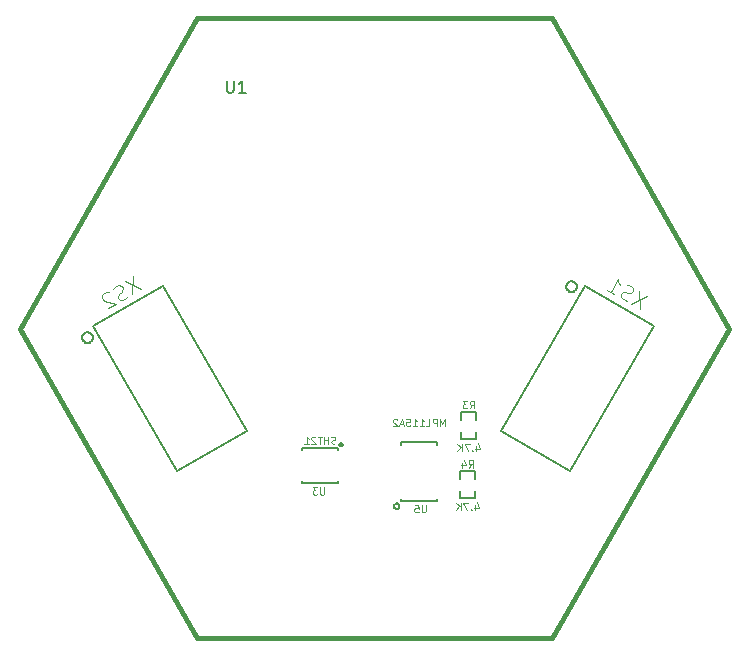
<source format=gbo>
G04 (created by PCBNEW-RS274X (2010-03-14)-final) date Fri 27 Jul 2012 10:12:24 MSK*
G01*
G70*
G90*
%MOIN*%
G04 Gerber Fmt 3.4, Leading zero omitted, Abs format*
%FSLAX34Y34*%
G04 APERTURE LIST*
%ADD10C,0.001000*%
%ADD11C,0.015000*%
%ADD12C,0.006000*%
%ADD13C,0.008000*%
%ADD14C,0.005000*%
%ADD15C,0.004200*%
%ADD16C,0.003500*%
%ADD17C,0.004000*%
%ADD18C,0.006700*%
G04 APERTURE END LIST*
G54D10*
G54D11*
X45400Y-39699D02*
X51305Y-29331D01*
X51305Y-50000D02*
X45400Y-39699D01*
X63116Y-50000D02*
X51305Y-50000D01*
X69022Y-39699D02*
X63116Y-50000D01*
X63116Y-29331D02*
X69022Y-39699D01*
X51305Y-29331D02*
X63116Y-29331D01*
G54D12*
X60565Y-45332D02*
X60565Y-45082D01*
X60565Y-44432D02*
X60565Y-44682D01*
X60065Y-44432D02*
X60565Y-44432D01*
X60065Y-45332D02*
X60565Y-45332D01*
X60065Y-44432D02*
X60065Y-44682D01*
X60065Y-45332D02*
X60065Y-45082D01*
X60104Y-42463D02*
X60104Y-42713D01*
X60104Y-43363D02*
X60104Y-43113D01*
X60604Y-43363D02*
X60104Y-43363D01*
X60604Y-42463D02*
X60104Y-42463D01*
X60604Y-43363D02*
X60604Y-43113D01*
X60604Y-42463D02*
X60604Y-42713D01*
G54D13*
X63959Y-38281D02*
X63955Y-38315D01*
X63945Y-38349D01*
X63929Y-38380D01*
X63907Y-38407D01*
X63880Y-38429D01*
X63849Y-38446D01*
X63815Y-38456D01*
X63781Y-38459D01*
X63747Y-38456D01*
X63713Y-38446D01*
X63682Y-38430D01*
X63655Y-38408D01*
X63633Y-38382D01*
X63616Y-38351D01*
X63605Y-38318D01*
X63602Y-38283D01*
X63604Y-38249D01*
X63614Y-38216D01*
X63630Y-38185D01*
X63652Y-38157D01*
X63678Y-38135D01*
X63709Y-38117D01*
X63742Y-38107D01*
X63777Y-38103D01*
X63811Y-38105D01*
X63844Y-38115D01*
X63875Y-38130D01*
X63903Y-38152D01*
X63926Y-38178D01*
X63943Y-38209D01*
X63954Y-38242D01*
X63958Y-38277D01*
X63959Y-38281D01*
X66534Y-39588D02*
X63739Y-44429D01*
X63739Y-44429D02*
X61420Y-43090D01*
X61420Y-43090D02*
X64215Y-38249D01*
X64215Y-38249D02*
X66534Y-39588D01*
X47827Y-39981D02*
X47823Y-40015D01*
X47813Y-40049D01*
X47796Y-40080D01*
X47774Y-40107D01*
X47747Y-40130D01*
X47716Y-40146D01*
X47683Y-40157D01*
X47648Y-40160D01*
X47614Y-40157D01*
X47580Y-40147D01*
X47549Y-40131D01*
X47522Y-40109D01*
X47499Y-40082D01*
X47482Y-40051D01*
X47471Y-40018D01*
X47468Y-39983D01*
X47470Y-39949D01*
X47480Y-39915D01*
X47496Y-39884D01*
X47518Y-39856D01*
X47545Y-39834D01*
X47575Y-39817D01*
X47609Y-39806D01*
X47644Y-39802D01*
X47678Y-39804D01*
X47712Y-39814D01*
X47743Y-39830D01*
X47771Y-39851D01*
X47794Y-39878D01*
X47811Y-39908D01*
X47822Y-39942D01*
X47826Y-39976D01*
X47827Y-39981D01*
X50156Y-38249D02*
X52951Y-43090D01*
X52951Y-43090D02*
X50632Y-44429D01*
X50632Y-44429D02*
X47837Y-39588D01*
X47837Y-39588D02*
X50156Y-38249D01*
G54D14*
X58041Y-45599D02*
X58039Y-45616D01*
X58034Y-45633D01*
X58025Y-45648D01*
X58014Y-45662D01*
X58001Y-45673D01*
X57985Y-45681D01*
X57969Y-45687D01*
X57951Y-45688D01*
X57935Y-45687D01*
X57918Y-45682D01*
X57902Y-45674D01*
X57889Y-45663D01*
X57877Y-45649D01*
X57869Y-45634D01*
X57863Y-45617D01*
X57862Y-45600D01*
X57863Y-45583D01*
X57868Y-45566D01*
X57876Y-45551D01*
X57887Y-45537D01*
X57900Y-45526D01*
X57915Y-45517D01*
X57932Y-45512D01*
X57950Y-45510D01*
X57966Y-45511D01*
X57983Y-45516D01*
X57999Y-45524D01*
X58013Y-45534D01*
X58024Y-45548D01*
X58033Y-45563D01*
X58038Y-45580D01*
X58040Y-45597D01*
X58041Y-45599D01*
X58101Y-43474D02*
X58101Y-43549D01*
X59301Y-43474D02*
X59301Y-43549D01*
X58101Y-45424D02*
X58101Y-45349D01*
X59301Y-45424D02*
X59301Y-45349D01*
X58111Y-43465D02*
X59291Y-43465D01*
X59291Y-45433D02*
X58111Y-45433D01*
X56149Y-43552D02*
X56147Y-43562D01*
X56144Y-43572D01*
X56139Y-43582D01*
X56133Y-43590D01*
X56124Y-43597D01*
X56115Y-43602D01*
X56105Y-43605D01*
X56094Y-43606D01*
X56084Y-43606D01*
X56074Y-43602D01*
X56064Y-43598D01*
X56056Y-43591D01*
X56049Y-43583D01*
X56044Y-43573D01*
X56041Y-43563D01*
X56040Y-43552D01*
X56040Y-43543D01*
X56043Y-43532D01*
X56048Y-43523D01*
X56055Y-43514D01*
X56063Y-43507D01*
X56072Y-43502D01*
X56083Y-43499D01*
X56093Y-43498D01*
X56103Y-43498D01*
X56113Y-43501D01*
X56123Y-43506D01*
X56131Y-43513D01*
X56138Y-43521D01*
X56144Y-43530D01*
X56147Y-43540D01*
X56148Y-43551D01*
X56149Y-43552D01*
X55994Y-43677D02*
X55994Y-43727D01*
X54794Y-43677D02*
X54794Y-43727D01*
X55994Y-44827D02*
X55994Y-44777D01*
X54794Y-44827D02*
X54794Y-44777D01*
X54804Y-43662D02*
X55984Y-43662D01*
X55984Y-44842D02*
X54804Y-44842D01*
G54D15*
X60357Y-44314D02*
X60440Y-44195D01*
X60499Y-44314D02*
X60499Y-44064D01*
X60404Y-44064D01*
X60380Y-44076D01*
X60369Y-44088D01*
X60357Y-44112D01*
X60357Y-44148D01*
X60369Y-44171D01*
X60380Y-44183D01*
X60404Y-44195D01*
X60499Y-44195D01*
X60142Y-44148D02*
X60142Y-44314D01*
X60202Y-44052D02*
X60261Y-44231D01*
X60107Y-44231D01*
X60570Y-45567D02*
X60570Y-45733D01*
X60630Y-45471D02*
X60689Y-45650D01*
X60535Y-45650D01*
X60439Y-45709D02*
X60428Y-45721D01*
X60439Y-45733D01*
X60451Y-45721D01*
X60439Y-45709D01*
X60439Y-45733D01*
X60344Y-45483D02*
X60178Y-45483D01*
X60285Y-45733D01*
X60082Y-45733D02*
X60082Y-45483D01*
X59940Y-45733D02*
X60047Y-45590D01*
X59940Y-45483D02*
X60082Y-45626D01*
X60396Y-42345D02*
X60479Y-42226D01*
X60538Y-42345D02*
X60538Y-42095D01*
X60443Y-42095D01*
X60419Y-42107D01*
X60408Y-42119D01*
X60396Y-42143D01*
X60396Y-42179D01*
X60408Y-42202D01*
X60419Y-42214D01*
X60443Y-42226D01*
X60538Y-42226D01*
X60312Y-42095D02*
X60158Y-42095D01*
X60241Y-42190D01*
X60205Y-42190D01*
X60181Y-42202D01*
X60169Y-42214D01*
X60158Y-42238D01*
X60158Y-42298D01*
X60169Y-42321D01*
X60181Y-42333D01*
X60205Y-42345D01*
X60277Y-42345D01*
X60300Y-42333D01*
X60312Y-42321D01*
X60609Y-43598D02*
X60609Y-43764D01*
X60669Y-43502D02*
X60728Y-43681D01*
X60574Y-43681D01*
X60478Y-43740D02*
X60467Y-43752D01*
X60478Y-43764D01*
X60490Y-43752D01*
X60478Y-43740D01*
X60478Y-43764D01*
X60383Y-43514D02*
X60217Y-43514D01*
X60324Y-43764D01*
X60121Y-43764D02*
X60121Y-43514D01*
X59979Y-43764D02*
X60086Y-43621D01*
X59979Y-43514D02*
X60121Y-43657D01*
G54D16*
X66308Y-38587D02*
X65769Y-38853D01*
X66019Y-38420D02*
X66058Y-39020D01*
X65636Y-38751D02*
X65562Y-38734D01*
X65459Y-38675D01*
X65430Y-38632D01*
X65421Y-38599D01*
X65425Y-38545D01*
X65448Y-38504D01*
X65493Y-38475D01*
X65526Y-38466D01*
X65578Y-38469D01*
X65674Y-38496D01*
X65726Y-38500D01*
X65759Y-38491D01*
X65803Y-38461D01*
X65827Y-38421D01*
X65830Y-38367D01*
X65821Y-38334D01*
X65793Y-38290D01*
X65689Y-38230D01*
X65615Y-38215D01*
X64965Y-38389D02*
X65213Y-38532D01*
X65089Y-38461D02*
X65339Y-38028D01*
X65344Y-38114D01*
X65362Y-38178D01*
X65391Y-38223D01*
X49177Y-37944D02*
X49138Y-38544D01*
X48888Y-38111D02*
X49427Y-38377D01*
X48982Y-38608D02*
X48931Y-38663D01*
X48828Y-38723D01*
X48776Y-38727D01*
X48743Y-38718D01*
X48699Y-38688D01*
X48675Y-38647D01*
X48672Y-38594D01*
X48681Y-38561D01*
X48709Y-38517D01*
X48781Y-38448D01*
X48810Y-38405D01*
X48819Y-38372D01*
X48815Y-38318D01*
X48792Y-38278D01*
X48747Y-38248D01*
X48714Y-38239D01*
X48662Y-38242D01*
X48558Y-38302D01*
X48508Y-38358D01*
X48356Y-38474D02*
X48323Y-38465D01*
X48269Y-38468D01*
X48166Y-38528D01*
X48137Y-38572D01*
X48129Y-38605D01*
X48132Y-38659D01*
X48155Y-38699D01*
X48212Y-38750D01*
X48602Y-38853D01*
X48334Y-39008D01*
G54D17*
X58923Y-45566D02*
X58923Y-45760D01*
X58911Y-45783D01*
X58900Y-45795D01*
X58877Y-45806D01*
X58831Y-45806D01*
X58809Y-45795D01*
X58797Y-45783D01*
X58786Y-45760D01*
X58786Y-45566D01*
X58558Y-45566D02*
X58672Y-45566D01*
X58683Y-45680D01*
X58672Y-45669D01*
X58649Y-45658D01*
X58592Y-45658D01*
X58569Y-45669D01*
X58558Y-45680D01*
X58546Y-45703D01*
X58546Y-45760D01*
X58558Y-45783D01*
X58569Y-45795D01*
X58592Y-45806D01*
X58649Y-45806D01*
X58672Y-45795D01*
X58683Y-45783D01*
X59559Y-42932D02*
X59559Y-42692D01*
X59479Y-42864D01*
X59399Y-42692D01*
X59399Y-42932D01*
X59285Y-42932D02*
X59285Y-42692D01*
X59193Y-42692D01*
X59171Y-42704D01*
X59159Y-42715D01*
X59148Y-42738D01*
X59148Y-42772D01*
X59159Y-42795D01*
X59171Y-42806D01*
X59193Y-42818D01*
X59285Y-42818D01*
X58931Y-42932D02*
X59045Y-42932D01*
X59045Y-42692D01*
X58725Y-42932D02*
X58862Y-42932D01*
X58794Y-42932D02*
X58794Y-42692D01*
X58817Y-42726D01*
X58839Y-42749D01*
X58862Y-42761D01*
X58496Y-42932D02*
X58633Y-42932D01*
X58565Y-42932D02*
X58565Y-42692D01*
X58588Y-42726D01*
X58610Y-42749D01*
X58633Y-42761D01*
X58279Y-42692D02*
X58393Y-42692D01*
X58404Y-42806D01*
X58393Y-42795D01*
X58370Y-42784D01*
X58313Y-42784D01*
X58290Y-42795D01*
X58279Y-42806D01*
X58267Y-42829D01*
X58267Y-42886D01*
X58279Y-42909D01*
X58290Y-42921D01*
X58313Y-42932D01*
X58370Y-42932D01*
X58393Y-42921D01*
X58404Y-42909D01*
X58175Y-42864D02*
X58061Y-42864D01*
X58198Y-42932D02*
X58118Y-42692D01*
X58038Y-42932D01*
X57969Y-42715D02*
X57958Y-42704D01*
X57935Y-42692D01*
X57878Y-42692D01*
X57855Y-42704D01*
X57844Y-42715D01*
X57832Y-42738D01*
X57832Y-42761D01*
X57844Y-42795D01*
X57981Y-42932D01*
X57832Y-42932D01*
X55537Y-44975D02*
X55537Y-45169D01*
X55525Y-45192D01*
X55514Y-45204D01*
X55491Y-45215D01*
X55445Y-45215D01*
X55423Y-45204D01*
X55411Y-45192D01*
X55400Y-45169D01*
X55400Y-44975D01*
X55309Y-44975D02*
X55160Y-44975D01*
X55240Y-45067D01*
X55206Y-45067D01*
X55183Y-45078D01*
X55172Y-45089D01*
X55160Y-45112D01*
X55160Y-45169D01*
X55172Y-45192D01*
X55183Y-45204D01*
X55206Y-45215D01*
X55274Y-45215D01*
X55297Y-45204D01*
X55309Y-45192D01*
X55908Y-43511D02*
X55874Y-43522D01*
X55817Y-43522D01*
X55794Y-43511D01*
X55783Y-43499D01*
X55771Y-43476D01*
X55771Y-43454D01*
X55783Y-43431D01*
X55794Y-43419D01*
X55817Y-43408D01*
X55863Y-43396D01*
X55885Y-43385D01*
X55897Y-43374D01*
X55908Y-43351D01*
X55908Y-43328D01*
X55897Y-43305D01*
X55885Y-43294D01*
X55863Y-43282D01*
X55805Y-43282D01*
X55771Y-43294D01*
X55668Y-43522D02*
X55668Y-43282D01*
X55668Y-43396D02*
X55531Y-43396D01*
X55531Y-43522D02*
X55531Y-43282D01*
X55451Y-43282D02*
X55314Y-43282D01*
X55383Y-43522D02*
X55383Y-43282D01*
X55245Y-43305D02*
X55234Y-43294D01*
X55211Y-43282D01*
X55154Y-43282D01*
X55131Y-43294D01*
X55120Y-43305D01*
X55108Y-43328D01*
X55108Y-43351D01*
X55120Y-43385D01*
X55257Y-43522D01*
X55108Y-43522D01*
X54879Y-43522D02*
X55016Y-43522D01*
X54948Y-43522D02*
X54948Y-43282D01*
X54971Y-43316D01*
X54993Y-43339D01*
X55016Y-43351D01*
G54D18*
X52293Y-31415D02*
X52293Y-31739D01*
X52312Y-31777D01*
X52331Y-31796D01*
X52369Y-31815D01*
X52446Y-31815D01*
X52484Y-31796D01*
X52503Y-31777D01*
X52522Y-31739D01*
X52522Y-31415D01*
X52922Y-31815D02*
X52693Y-31815D01*
X52807Y-31815D02*
X52807Y-31415D01*
X52769Y-31472D01*
X52731Y-31510D01*
X52693Y-31529D01*
M02*

</source>
